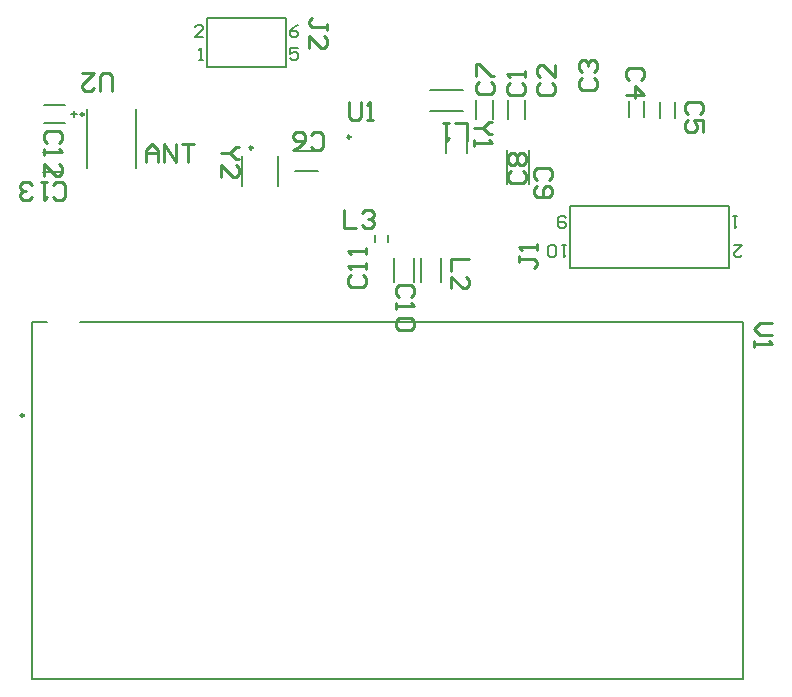
<source format=gto>
G04*
G04 #@! TF.GenerationSoftware,Altium Limited,Altium Designer,23.0.1 (38)*
G04*
G04 Layer_Color=65535*
%FSLAX43Y43*%
%MOMM*%
G71*
G04*
G04 #@! TF.SameCoordinates,06591997-4E22-4AB0-80C0-D558F8CFEC8B*
G04*
G04*
G04 #@! TF.FilePolarity,Positive*
G04*
G01*
G75*
%ADD10C,0.250*%
%ADD11C,0.200*%
%ADD12C,0.254*%
%ADD13C,0.152*%
D10*
X50937Y111449D02*
G03*
X50937Y111449I-125J0D01*
G01*
X31570Y88798D02*
G03*
X31570Y88798I-125J0D01*
G01*
X36639Y114268D02*
G03*
X36639Y114268I-125J0D01*
G01*
X59226Y112355D02*
G03*
X59226Y112355I-125J0D01*
G01*
D11*
X53062Y108224D02*
Y110724D01*
X50062Y108224D02*
Y110724D01*
X69099Y111037D02*
Y112737D01*
X67299Y111037D02*
Y112737D01*
X32273Y96676D02*
X33564D01*
X36294D02*
X92445D01*
Y66450D02*
Y96676D01*
X32273Y66450D02*
X92445D01*
X32273D02*
Y96676D01*
X41064Y109768D02*
Y114768D01*
X36914Y109768D02*
Y114768D01*
X62424Y103469D02*
Y104049D01*
X61274Y103469D02*
Y104049D01*
X65165Y100063D02*
Y102121D01*
X66915Y100063D02*
Y102121D01*
X65966Y116349D02*
X68778D01*
X65966Y114537D02*
X68778D01*
X47085Y122439D02*
X53785D01*
Y118289D02*
Y122439D01*
X47085Y118289D02*
X53785D01*
X47085D02*
Y122439D01*
X77857Y101271D02*
X91307D01*
X77857D02*
Y106501D01*
X91307D01*
Y101271D02*
Y106501D01*
X33161Y109386D02*
X34911D01*
X33156Y111089D02*
X34906D01*
X33263Y115025D02*
X35063D01*
X33263Y113575D02*
X35063D01*
X35538Y114300D02*
X36038D01*
X35788Y114050D02*
Y114550D01*
X72500Y108409D02*
Y111221D01*
X74312Y108409D02*
Y111221D01*
X69887Y113881D02*
Y115481D01*
X71337Y113881D02*
Y115481D01*
X54501Y111213D02*
X56513D01*
X54501Y109513D02*
X56513D01*
X86741Y113992D02*
Y115332D01*
X85471Y113992D02*
Y115332D01*
X84074Y114030D02*
Y115370D01*
X82804Y114030D02*
Y115370D01*
X72529Y113881D02*
Y115481D01*
X74029Y113881D02*
Y115481D01*
X62912Y100094D02*
Y102106D01*
X64612Y100094D02*
Y102106D01*
D12*
X49784Y111506D02*
X49530D01*
X49022Y110998D01*
X49530Y110490D01*
X49784D01*
X49022Y110998D02*
X48260D01*
Y108966D02*
Y109982D01*
X49276Y108966D01*
X49530D01*
X49784Y109220D01*
Y109728D01*
X49530Y109982D01*
X71247Y113665D02*
X70993D01*
X70485Y113157D01*
X70993Y112649D01*
X71247D01*
X70485Y113157D02*
X69723D01*
Y112141D02*
Y111633D01*
Y111887D01*
X71247D01*
X70993Y112141D01*
X94934Y96613D02*
X93918D01*
X93410Y96105D01*
X93918Y95597D01*
X94934D01*
X93410Y95089D02*
Y94581D01*
Y94835D01*
X94934D01*
X94680Y95089D01*
X39052Y116294D02*
Y117563D01*
X38798Y117817D01*
X38290D01*
X38036Y117563D01*
Y116294D01*
X36513Y117817D02*
X37528D01*
X36513Y116802D01*
Y116548D01*
X36766Y116294D01*
X37274D01*
X37528Y116548D01*
X59068Y115303D02*
Y114033D01*
X59322Y113779D01*
X59829D01*
X60083Y114033D01*
Y115303D01*
X60591Y113779D02*
X61099D01*
X60845D01*
Y115303D01*
X60591Y115049D01*
X58674Y106172D02*
Y104648D01*
X59690D01*
X60198Y105918D02*
X60452Y106172D01*
X60960D01*
X61214Y105918D01*
Y105664D01*
X60960Y105410D01*
X60706D01*
X60960D01*
X61214Y105156D01*
Y104902D01*
X60960Y104648D01*
X60452D01*
X60198Y104902D01*
X69303Y102070D02*
X67780D01*
Y101054D01*
Y99531D02*
Y100546D01*
X68796Y99531D01*
X69049D01*
X69303Y99785D01*
Y100292D01*
X69049Y100546D01*
X69112Y112053D02*
Y113576D01*
X68096D01*
X67588D02*
X67081D01*
X67334D01*
Y112053D01*
X67588Y112307D01*
X57254Y121393D02*
Y121901D01*
Y121647D01*
X55985D01*
X55731Y121901D01*
Y122155D01*
X55985Y122409D01*
X55731Y119870D02*
Y120885D01*
X56747Y119870D01*
X57000D01*
X57254Y120123D01*
Y120631D01*
X57000Y120885D01*
X73521Y102324D02*
Y101816D01*
Y102070D01*
X74790D01*
X75044Y101816D01*
Y101562D01*
X74790Y101308D01*
X75044Y102831D02*
Y103339D01*
Y103085D01*
X73521D01*
X73775Y102831D01*
X34074Y107252D02*
X34328Y106998D01*
X34836D01*
X35090Y107252D01*
Y108268D01*
X34836Y108521D01*
X34328D01*
X34074Y108268D01*
X33567Y108521D02*
X33059D01*
X33313D01*
Y106998D01*
X33567Y107252D01*
X32297D02*
X32043Y106998D01*
X31535D01*
X31281Y107252D01*
Y107506D01*
X31535Y107760D01*
X31789D01*
X31535D01*
X31281Y108014D01*
Y108268D01*
X31535Y108521D01*
X32043D01*
X32297Y108268D01*
X34559Y111887D02*
X34813Y112141D01*
Y112648D01*
X34559Y112902D01*
X33543D01*
X33289Y112648D01*
Y112141D01*
X33543Y111887D01*
X33289Y111379D02*
Y110871D01*
Y111125D01*
X34813D01*
X34559Y111379D01*
X33289Y109094D02*
Y110109D01*
X34305Y109094D01*
X34559D01*
X34813Y109348D01*
Y109855D01*
X34559Y110109D01*
X59309Y100711D02*
X59055Y100457D01*
Y99949D01*
X59309Y99696D01*
X60325D01*
X60579Y99949D01*
Y100457D01*
X60325Y100711D01*
X60579Y101219D02*
Y101727D01*
Y101473D01*
X59055D01*
X59309Y101219D01*
X60579Y102489D02*
Y102996D01*
Y102743D01*
X59055D01*
X59309Y102489D01*
X76073Y108759D02*
X76327Y109013D01*
Y109521D01*
X76073Y109775D01*
X75057D01*
X74803Y109521D01*
Y109013D01*
X75057Y108759D01*
Y108251D02*
X74803Y107997D01*
Y107490D01*
X75057Y107236D01*
X76073D01*
X76327Y107490D01*
Y107997D01*
X76073Y108251D01*
X75819D01*
X75565Y107997D01*
Y107236D01*
X72835Y109447D02*
X72581Y109193D01*
Y108685D01*
X72835Y108432D01*
X73851D01*
X74104Y108685D01*
Y109193D01*
X73851Y109447D01*
X72835Y109955D02*
X72581Y110209D01*
Y110717D01*
X72835Y110971D01*
X73089D01*
X73343Y110717D01*
X73597Y110971D01*
X73851D01*
X74104Y110717D01*
Y110209D01*
X73851Y109955D01*
X73597D01*
X73343Y110209D01*
X73089Y109955D01*
X72835D01*
X73343Y110209D02*
Y110717D01*
X70104Y117007D02*
X69850Y116753D01*
Y116245D01*
X70104Y115991D01*
X71120D01*
X71374Y116245D01*
Y116753D01*
X71120Y117007D01*
X69850Y117515D02*
Y118531D01*
X70104D01*
X71120Y117515D01*
X71374D01*
X55880Y111506D02*
X56134Y111252D01*
X56642D01*
X56896Y111506D01*
Y112522D01*
X56642Y112776D01*
X56134D01*
X55880Y112522D01*
X54356Y111252D02*
X54864Y111506D01*
X55372Y112014D01*
Y112522D01*
X55118Y112776D01*
X54610D01*
X54356Y112522D01*
Y112268D01*
X54610Y112014D01*
X55372D01*
X88861Y114294D02*
X89115Y114548D01*
Y115056D01*
X88861Y115310D01*
X87846D01*
X87592Y115056D01*
Y114548D01*
X87846Y114294D01*
X89115Y112771D02*
Y113786D01*
X88354D01*
X88608Y113278D01*
Y113024D01*
X88354Y112771D01*
X87846D01*
X87592Y113024D01*
Y113532D01*
X87846Y113786D01*
X83820Y117221D02*
X84074Y117475D01*
Y117983D01*
X83820Y118237D01*
X82804D01*
X82550Y117983D01*
Y117475D01*
X82804Y117221D01*
X82550Y115951D02*
X84074D01*
X83312Y116713D01*
Y115697D01*
X78845Y117348D02*
X78591Y117094D01*
Y116586D01*
X78845Y116332D01*
X79861D01*
X80115Y116586D01*
Y117094D01*
X79861Y117348D01*
X78845Y117856D02*
X78591Y118110D01*
Y118618D01*
X78845Y118872D01*
X79099D01*
X79353Y118618D01*
Y118364D01*
Y118618D01*
X79607Y118872D01*
X79861D01*
X80115Y118618D01*
Y118110D01*
X79861Y117856D01*
X75311Y116967D02*
X75057Y116713D01*
Y116205D01*
X75311Y115951D01*
X76327D01*
X76581Y116205D01*
Y116713D01*
X76327Y116967D01*
X76581Y118491D02*
Y117475D01*
X75565Y118491D01*
X75311D01*
X75057Y118237D01*
Y117729D01*
X75311Y117475D01*
X72771Y116967D02*
X72517Y116713D01*
Y116205D01*
X72771Y115951D01*
X73787D01*
X74041Y116205D01*
Y116713D01*
X73787Y116967D01*
X74041Y117475D02*
Y117983D01*
Y117729D01*
X72517D01*
X72771Y117475D01*
X41923Y110223D02*
Y111239D01*
X42431Y111747D01*
X42938Y111239D01*
Y110223D01*
Y110985D01*
X41923D01*
X43446Y110223D02*
Y111747D01*
X44462Y110223D01*
Y111747D01*
X44970D02*
X45985D01*
X45478D01*
Y110223D01*
X64389Y98806D02*
X64643Y99060D01*
Y99567D01*
X64389Y99821D01*
X63373D01*
X63119Y99567D01*
Y99060D01*
X63373Y98806D01*
X63119Y98298D02*
Y97790D01*
Y98044D01*
X64643D01*
X64389Y98298D01*
Y97028D02*
X64643Y96774D01*
Y96267D01*
X64389Y96013D01*
X63373D01*
X63119Y96267D01*
Y96774D01*
X63373Y97028D01*
X64389D01*
D13*
X46712Y120864D02*
X46035D01*
X46712Y121541D01*
Y121710D01*
X46543Y121880D01*
X46204D01*
X46035Y121710D01*
X46435Y118864D02*
X46774D01*
X46604D01*
Y119880D01*
X46435Y119710D01*
X54812Y119880D02*
X54135D01*
Y119372D01*
X54474Y119541D01*
X54643D01*
X54812Y119372D01*
Y119033D01*
X54643Y118864D01*
X54304D01*
X54135Y119033D01*
X54812Y121880D02*
X54474Y121710D01*
X54135Y121372D01*
Y121033D01*
X54304Y120864D01*
X54643D01*
X54812Y121033D01*
Y121203D01*
X54643Y121372D01*
X54135D01*
X91992Y105686D02*
X91653D01*
X91823D01*
Y104670D01*
X91992Y104840D01*
X91715Y103186D02*
X92392D01*
X91715Y102509D01*
Y102340D01*
X91884Y102170D01*
X92223D01*
X92392Y102340D01*
X77472Y103186D02*
X77133D01*
X77303D01*
Y102170D01*
X77472Y102340D01*
X76626D02*
X76456Y102170D01*
X76118D01*
X75948Y102340D01*
Y103017D01*
X76118Y103186D01*
X76456D01*
X76626Y103017D01*
Y102340D01*
X77472Y105517D02*
X77303Y105686D01*
X76964D01*
X76795Y105517D01*
Y104840D01*
X76964Y104670D01*
X77303D01*
X77472Y104840D01*
Y105009D01*
X77303Y105178D01*
X76795D01*
M02*

</source>
